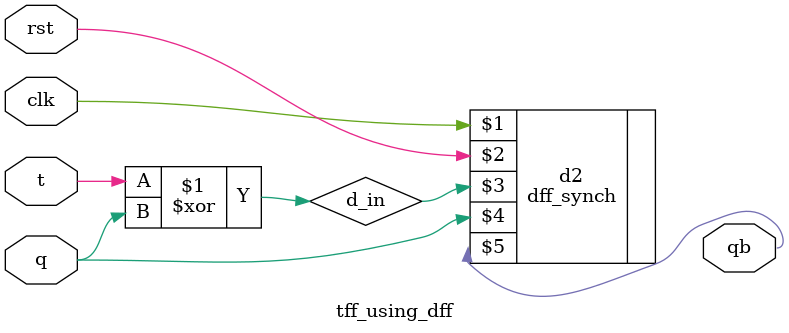
<source format=v>
module tff_using_dff(clk,rst,t,q,qb);
input clk,rst,t;
inout q;
output qb;
wire d_in;
xor d1(d_in,t,q);
dff_synch d2(clk,rst,d_in,q,qb);
endmodule

</source>
